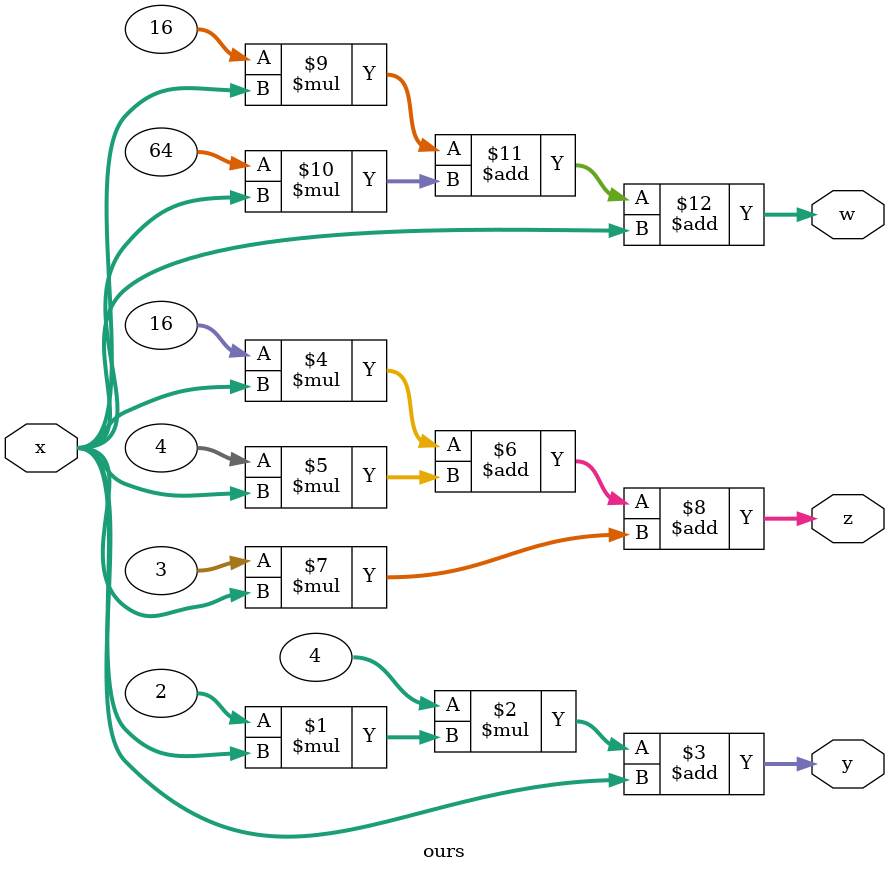
<source format=v>
module ours(
    input [31:0] x,
    output [31:0] y,
    output [31:0] z,
    output [31:0] w
);

assign y = 4 * (2 * x) + x ;
assign z = 16 * x + 4 * x + 3 * x;
assign w = 16 * x + 64 * x + x;

endmodule

</source>
